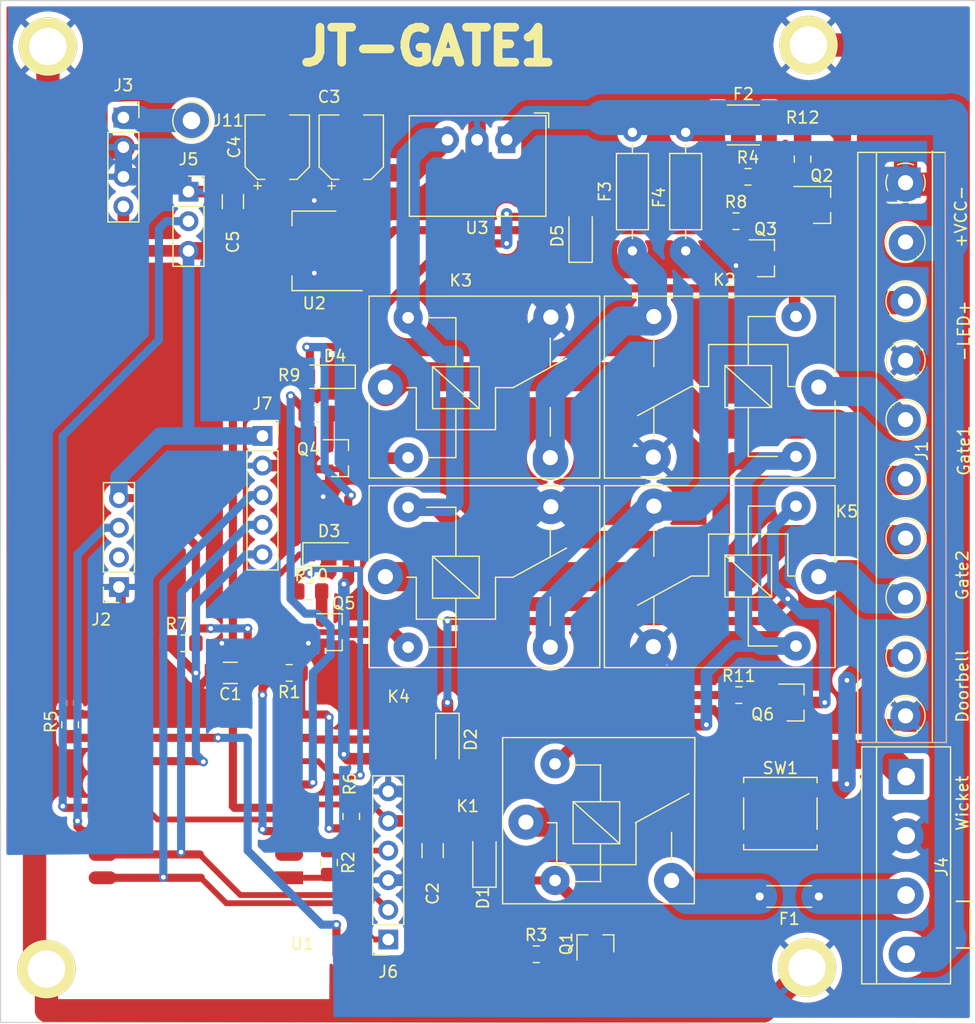
<source format=kicad_pcb>
(kicad_pcb (version 20211014) (generator pcbnew)
  (layers (0 "F.Cu" signal "Gorna sygnalowa") (31 "B.Cu" signal "Dolna sygnalowa") (34 "B.Paste" user "Dolna pasty") (35 "F.Paste" user "Gorna pasty") (36 "B.SilkS" user "Dolna opisowa") (37 "F.SilkS" user "Gorna opisowa") (38 "B.Mask" user "Dolna sodermaski") (39 "F.Mask" user "Gorna soldermaski") (44 "Edge.Cuts" user "Krawedziowa"))
  (net 0 "")
  (net 1 "+5V")
  (net 2 "GND")
  (net 3 "+3V3")
  (net 4 "Net-(D3-Pad1)")
  (net 5 "Net-(F3-Pad1)")
  (net 6 "Net-(D4-Pad1)")
  (net 7 "Net-(D5-Pad1)")
  (net 8 "Net-(F4-Pad1)")
  (net 9 "Net-(D2-Pad1)")
  (net 10 "Net-(Q1-Pad1)")
  (net 11 "Net-(D1-Pad1)")
  (net 12 "Net-(Q3-Pad1)")
  (net 13 "Net-(Q4-Pad1)")
  (net 14 "Net-(Q5-Pad1)")
  (net 15 "Net-(Q6-Pad1)")
  (net 17 "VCC")
  (net 18 "RF-Rx")
  (net 19 "RF-Tx")
  (net 20 "TxD")
  (net 21 "RxD")
  (net 22 "Net-(F2-Pad2)")
  (net 23 "Dzwonek")
  (net 24 "CON")
  (net 25 "Furtka")
  (net 26 "Brama1B")
  (net 27 "Brama2A")
  (net 28 "Brama2B")
  (net 29 "Net-(AE1-Pad1)")
  (net 31 "GATE1A")
  (net 32 "Net-(Q2-Pad1)")
  (net 33 "Net-(R1-Pad2)")
  (net 34 "Net-(R2-Pad2)")
  (net 35 "Brama1A")
  (net 36 "Net-(D1-Pad2)")
  (net 37 "Net-(F1-Pad1)")
  (net 38 "Net-(F1-Pad2)")
  (net 39 "Net-(J4-Pad1)")
  (net 40 "GATE1B")
  (net 41 "GATE2A")
  (net 42 "GATE2B")
  (net 43 "LED")
  (footprint "Resistor_SMD:R_0805_2012Metric_Pad1.15x1.40mm_HandSolder" (layer "F.Cu") (at 208.28 65.405)
    (fp_text reference "R8")
    (fp_text value "1k")
  )
  (footprint "Connector_PinSocket_2.54mm:PinSocket_1x04_P2.54mm_Vertical" (layer "F.Cu") (at 155.702 56.515)
    (fp_text reference "J3")
    (fp_text value "Odb. 433MHz" hide)
  )
  (footprint "Resistor_SMD:R_0805_2012Metric_Pad1.15x1.40mm_HandSolder" (layer "F.Cu") (at 173.355 120.405 -90)
    (fp_text reference "R2")
    (fp_text value "10k")
  )
  (footprint "Package_TO_SOT_SMD:SOT-23_Handsoldering" (layer "F.Cu") (at 215.646 64.008)
    (fp_text reference "Q2")
    (fp_text value "AO3401A" hide)
  )
  (footprint "w_details:pad_3mm" (layer "F.Cu") (at 214.503 50.292)
    (fp_text reference "pad_3mm" hide)
    (fp_text value "VAL**" hide)
  )
  (footprint "Capacitor_SMD:C_1206_3216Metric_Pad1.42x1.75mm_HandSolder" (layer "F.Cu") (at 182.245 119.38 -90)
    (fp_text reference "C2")
    (fp_text value "100nF")
  )
  (footprint "Package_TO_SOT_SMD:SOT-23" (layer "F.Cu") (at 173.72 100.645)
    (fp_text reference "Q5")
    (fp_text value "BSS138")
  )
  (footprint "Relay_THT:Relay_SPDT_SANYOU_SRD_Series_Form_C" (layer "F.Cu") (at 215.383 95.885 180)
    (fp_text reference "K5")
    (fp_text value "Brama2B")
  )
  (footprint "Resistor_THT:R_Axial_DIN0207_L6.3mm_D2.5mm_P10.16mm_Horizontal" (layer "F.Cu") (at 203.962 67.945 90)
    (fp_text reference "F4")
    (fp_text value "XU500")
  )
  (footprint "Package_TO_SOT_SMD:SOT-23" (layer "F.Cu") (at 210.82 68.58)
    (fp_text reference "Q3")
    (fp_text value "BSS138")
  )
  (footprint "Resistor_SMD:R_1812_4532Metric_Pad1.30x3.40mm_HandSolder" (layer "F.Cu") (at 208.915 57.15)
    (fp_text reference "F2")
    (fp_text value "508F")
  )
  (footprint "Resistor_THT:R_Axial_DIN0207_L6.3mm_D2.5mm_P10.16mm_Horizontal" (layer "F.Cu") (at 199.39 67.945 90)
    (fp_text reference "F3")
    (fp_text value "XU500")
  )
  (footprint "Relay_THT:Relay_SPDT_SANYOU_SRD_Series_Form_C" (layer "F.Cu") (at 178.19 95.885)
    (fp_text reference "K4")
    (fp_text value "Brama2A")
  )
  (footprint "w_details:pad_3mm" (layer "F.Cu") (at 149.225 50.419)
    (fp_text reference "pad_3mm" hide)
    (fp_text value "VAL**" hide)
  )
  (footprint "Package_TO_SOT_SMD:SOT-23" (layer "F.Cu") (at 174.26 85.725)
    (fp_text reference "Q4")
    (fp_text value "BSS138")
  )
  (footprint "TerminalBlock:TerminalBlock_bornier-4_P5.08mm" (layer "F.Cu") (at 222.885 113.03 -90)
    (fp_text reference "J4")
    (fp_text value "Furtka")
  )
  (footprint "TerminalBlock_Phoenix:TerminalBlock_Phoenix_MKDS-1,5-10-5.08_1x10_P5.08mm_Horizontal" (layer "F.Cu") (at 222.834 62.103 -90)
    (fp_text reference "J1")
    (fp_text value "Screw_Terminal_01x10")
  )
  (footprint "w_details:pad_3mm" (layer "F.Cu") (at 214.376 129.413)
    (fp_text reference "pad_3mm" hide)
    (fp_text value "VAL**" hide)
  )
  (footprint "Resistor_SMD:R_0805_2012Metric_Pad1.15x1.40mm_HandSolder" (layer "F.Cu") (at 169.935 104.14 180)
    (fp_text reference "R1")
    (fp_text value "10k")
  )
  (footprint "Button_Switch_SMD:SW_SPST_EVPBF" (layer "F.Cu") (at 212.09 116.205)
    (fp_text reference "SW1")
    (fp_text value "SW_Push")
  )
  (footprint "Package_TO_SOT_SMD:SOT-223-3_TabPin2" (layer "F.Cu") (at 172.085 67.945 180)
    (fp_text reference "U2")
    (fp_text value "AMS1117-3.3" hide)
  )
  (footprint "Resistor_SMD:R_0805_2012Metric_Pad1.15x1.40mm_HandSolder" (layer "F.Cu") (at 191.135 128.27)
    (fp_text reference "R3")
    (fp_text value "1k")
  )
  (footprint "ESP8266:ESP-12E" (layer "F.Cu") (at 169.925 121.71 180)
    (fp_text reference "U1")
    (fp_text value "ESP-12F")
  )
  (footprint "Capacitor_SMD:CP_Elec_5x4.5" (layer "F.Cu") (at 168.91 59.055 90)
    (fp_text reference "C4")
    (fp_text value "22uF")
  )
  (footprint "Resistor_SMD:R_0805_2012Metric_Pad1.15x1.40mm_HandSolder" (layer "F.Cu") (at 213.995 60.08 -90)
    (fp_text reference "R12")
    (fp_text value "100k" hide)
  )
  (footprint "Diode_SMD:D_SOD-123" (layer "F.Cu") (at 194.945 66.675 90)
    (fp_text reference "D5")
    (fp_text value "1N4148" hide)
  )
  (footprint "Resistor_SMD:R_0805_2012Metric_Pad1.15x1.40mm_HandSolder" (layer "F.Cu") (at 151.13 108.585 90)
    (fp_text reference "R5")
    (fp_text value "10k")
  )
  (footprint "Capacitor_SMD:C_1206_3216Metric_Pad1.42x1.75mm_HandSolder" (layer "F.Cu") (at 164.8825 104.14 180)
    (fp_text reference "C1")
    (fp_text value "100nF")
  )
  (footprint "Resistor_SMD:R_0805_2012Metric_Pad1.15x1.40mm_HandSolder" (layer "F.Cu") (at 175.26 116.45 -90)
    (fp_text reference "R6")
    (fp_text value "10k")
  )
  (footprint "Resistor_SMD:R_0805_2012Metric_Pad1.15x1.40mm_HandSolder" (layer "F.Cu") (at 172.33 81.915)
    (fp_text reference "R9")
    (fp_text value "1k")
  )
  (footprint "Resistor_THT:R_Axial_DIN0204_L3.6mm_D1.6mm_P5.08mm_Horizontal" (layer "F.Cu") (at 215.392 123.317 180)
    (fp_text reference "F1")
    (fp_text value "GF200")
  )
  (footprint "Resistor_SMD:R_0805_2012Metric_Pad1.15x1.40mm_HandSolder" (layer "F.Cu") (at 171.695 97.155)
    (fp_text reference "R10")
    (fp_text value "1k" hide)
  )
  (footprint "Resistor_SMD:R_0805_2012Metric_Pad1.15x1.40mm_HandSolder" (layer "F.Cu") (at 208.525 106.045)
    (fp_text reference "R11")
    (fp_text value "1k")
  )
  (footprint "Diode_SMD:D_SOD-123" (layer "F.Cu") (at 173.355 93.98)
    (fp_text reference "D3")
    (fp_text value "1N4148" hide)
  )
  (footprint "Diode_SMD:D_SOD-123" (layer "F.Cu") (at 183.515 109.855 -90)
    (fp_text reference "D2")
    (fp_text value "1N4148" hide)
  )
  (footprint "Capacitor_SMD:CP_Elec_5x4.5" (layer "F.Cu") (at 175.26 59.055 90)
    (fp_text reference "C3")
    (fp_text value "22uF")
  )
  (footprint "Connector_PinSocket_2.54mm:PinSocket_1x04_P2.54mm_Vertical" (layer "F.Cu") (at 155.321 96.774 180)
    (fp_text reference "J2")
    (fp_text value "Odb. 433MHz")
  )
  (footprint "Connector_PinSocket_2.54mm:PinSocket_1x05_P2.54mm_Vertical" (layer "F.Cu") (at 167.64 83.82)
    (fp_text reference "J7")
    (fp_text value "HC11")
  )
  (footprint "Resistor_SMD:R_0805_2012Metric_Pad1.15x1.40mm_HandSolder" (layer "F.Cu") (at 209.305 61.595)
    (fp_text reference "R4")
    (fp_text value "10k" hide)
  )
  (footprint "w_details:pad_3mm" (layer "F.Cu") (at 149.098 129.54)
    (fp_text reference "pad_3mm" hide)
    (fp_text value "VAL**" hide)
  )
  (footprint "Relay_THT:Relay_SPDT_SANYOU_SRA_Series_Form_C" (layer "F.Cu") (at 190.25 116.94)
    (fp_text reference "K1")
    (fp_text value "Furtka")
  )
  (footprint "Package_TO_SOT_SMD:SOT-23" (layer "F.Cu") (at 196.215 127.365 90)
    (fp_text reference "Q1")
    (fp_text value "A01TF")
  )
  (footprint "Connector_PinHeader_2.54mm:PinHeader_1x01_P2.54mm_Vertical" (layer "F.Cu") (at 161.544 56.769)
    (fp_text reference "J11")
    (fp_text value "Antena")
  )
  (footprint "Relay_THT:Relay_SPDT_SANYOU_SRD_Series_Form_C" (layer "F.Cu") (at 215.383 79.629 180)
    (fp_text reference "K2")
    (fp_text value "Brama1A")
  )
  (footprint "Connector_PinSocket_2.54mm:PinSocket_1x06_P2.54mm_Vertical" (layer "F.Cu") (at 178.435 127 180)
    (fp_text reference "J6")
    (fp_text value "COM")
  )
  (footprint "Converter_DCDC:Converter_DCDC_RECOM_R-78E-0.5_THT" (layer "F.Cu") (at 188.595 58.42 180)
    (fp_text reference "U3")
    (fp_text value "R-78E5.0-0.5")
  )
  (footprint "Relay_THT:Relay_SPDT_SANYOU_SRD_Series_Form_C" (layer "F.Cu") (at 178.19 79.629)
    (fp_text reference "K3")
    (fp_text value "Brama1B")
  )
  (footprint "Package_TO_SOT_SMD:SOT-23" (layer "F.Cu") (at 213.36 106.68)
    (fp_text reference "Q6")
    (fp_text value "BSS138" hide)
  )
  (footprint "Resistor_SMD:R_0805_2012Metric_Pad1.15x1.40mm_HandSolder" (layer "F.Cu") (at 160.9 101.6 180)
    (fp_text reference "R7")
    (fp_text value "10k" hide)
  )
  (footprint "Capacitor_SMD:C_1206_3216Metric_Pad1.42x1.75mm_HandSolder" (layer "F.Cu") (at 165.1 63.7175 90)
    (fp_text reference "C5")
    (fp_text value "100nF")
  )
  (footprint "Diode_SMD:D_SOD-123" (layer "F.Cu") (at 186.69 120.27 90)
    (fp_text reference "D1")
    (fp_text value "1N4148" hide)
  )
  (footprint "Connector_PinSocket_2.54mm:PinSocket_1x03_P2.54mm_Vertical" (layer "F.Cu") (at 161.29 62.865)
    (fp_text reference "J5")
    (fp_text value "Nad. 433MHz")
  )
  (footprint "Diode_SMD:D_SOD-123" (layer "F.Cu") (at 173.355 78.74 180)
    (fp_text reference "D4")
    (fp_text value "1N4148" hide)
  )
  (gr_line (start 145.161 46.609) (end 145.161 46.482) (layer "Edge.Cuts") (width 0.1))
  (gr_line (start 145.161 46.482) (end 228.854 46.482) (layer "Edge.Cuts") (width 0.1))
  (gr_line (start 228.854 134.239) (end 145.161 134.112) (layer "Edge.Cuts") (width 0.1))
  (gr_line (start 228.854 46.482) (end 228.854 134.239) (layer "Edge.Cuts") (width 0.1))
  (gr_line (start 145.161 134.112) (end 145.161 46.609) (layer "Edge.Cuts") (width 0.1))
  (gr_text "Doorbell" (at 227.711 105.283 90) (layer "F.SilkS") (effects (font (size 1 1))))
  (gr_text "Gate2" (at 227.711 95.758 90) (layer "F.SilkS") (effects (font (size 1 1))))
  (gr_text "-LED+" (at 227.838 74.803 90) (layer "F.SilkS") (effects (font (size 1 1))))
  (gr_text "Wicket" (at 227.711 115.316 90) (layer "F.SilkS") (effects (font (size 1 1))))
  (gr_text "+VCC-" (at 227.584 65.024 90) (layer "F.SilkS") (effects (font (size 1 1))))
  (gr_text "|____|" (at 227.838 125.73 90) (layer "F.SilkS") (effects (font (size 1 1))))
  (gr_text "JT-GATE1" (at 181.864 50.419) (layer "F.SilkS") (effects (font (size 3 3) (thickness 0.75))))
  (gr_text "Gate1" (at 227.838 85.09 90) (layer "F.SilkS") (effects (font (size 1 1))))
  (segment (start 180.68 61.255) (end 183.515 58.42) (width 1.5) (layer "F.Cu") (net 1))
  (segment (start 175.26 61.255) (end 180.68 61.255) (width 1.5) (layer "F.Cu") (net 1))
  (segment (start 180.14 89.935) (end 182.645 89.935) (width 1.5) (layer "F.Cu") (net 1))
  (segment (start 192.75 111.94) (end 196.105 108.585) (width 1) (layer "F.Cu") (net 1))
  (segment (start 207.01 86.995) (end 208.045 85.96) (width 1.5) (layer "F.Cu") (net 1))
  (segment (start 175.26 61.255) (end 175.26 65.62) (width 1.5) (layer "F.Cu") (net 1))
  (segment (start 182.645 89.935) (end 185.42 92.71) (width 1.5) (layer "F.Cu") (net 1))
  (segment (start 206.375 92.71) (end 207.01 92.075) (width 1.5) (layer "F.Cu") (net 1))
  (segment (start 196.105 108.585) (end 205.74 108.585) (width 1) (layer "F.Cu") (net 1))
  (segment (start 208.045 85.96) (end 213.315 85.96) (width 1.5) (layer "F.Cu") (net 1))
  (segment (start 175.26 65.62) (end 175.235 65.645) (width 1.5) (layer "F.Cu") (net 1))
  (segment (start 207.01 92.075) (end 207.01 86.995) (width 1.5) (layer "F.Cu") (net 1))
  (segment (start 185.42 92.71) (end 206.375 92.71) (width 1.5) (layer "F.Cu") (net 1))
  (via (at 205.74 108.585) (size 0.8) (drill 0.4) (layers "F.Cu" "B.Cu") (net 1))
  (segment (start 181.61 58.42) (end 180.14 59.89) (width 2) (layer "B.Cu") (net 1))
  (segment (start 184.15 76.835) (end 184.15 89.535) (width 1.5) (layer "B.Cu") (net 1))
  (segment (start 210.42 101.835) (end 208.915 100.33) (width 1.5) (layer "B.Cu") (net 1))
  (segment (start 180.14 59.89) (end 180.14 74.06) (width 2) (layer "B.Cu") (net 1))
  (segment (start 183.75 89.935) (end 180.14 89.935) (width 1.5) (layer "B.Cu") (net 1))
  (segment (start 182.915 76.835) (end 184.15 76.835) (width 1.5) (layer "B.Cu") (net 1))
  (segment (start 208.915 100.33) (end 208.915 87.63) (width 1.5) (layer "B.Cu") (net 1))
  (segment (start 180.14 74.06) (end 182.915 76.835) (width 1.5) (layer "B.Cu") (net 1))
  (segment (start 208.915 87.63) (end 210.585 85.96) (width 1.5) (layer "B.Cu") (net 1))
  (segment (start 208.045 101.835) (end 211.855 101.835) (width 1) (layer "B.Cu") (net 1))
  (segment (start 213.315 101.835) (end 211.855 101.835) (width 1.5) (layer "B.Cu") (net 1))
  (segment (start 210.585 85.96) (end 213.315 85.96) (width 1.5) (layer "B.Cu") (net 1))
  (segment (start 211.855 101.835) (end 210.42 101.835) (width 1.5) (layer "B.Cu") (net 1))
  (segment (start 205.74 108.585) (end 205.74 104.14) (width 1) (layer "B.Cu") (net 1))
  (segment (start 183.515 58.42) (end 181.61 58.42) (width 2) (layer "B.Cu") (net 1))
  (segment (start 184.15 89.535) (end 183.75 89.935) (width 1.5) (layer "B.Cu") (net 1))
  (segment (start 205.74 104.14) (end 208.045 101.835) (width 1) (layer "B.Cu") (net 1))
  (segment (start 213.315 108.585) (end 212.36 107.63) (width 1) (layer "F.Cu") (net 2))
  (segment (start 222.834 62.103) (end 222.834 50.749) (width 2) (layer "F.Cu") (net 2))
  (segment (start 153.925 107.71) (end 151.28 107.71) (width 0.7) (layer "F.Cu") (net 2))
  (segment (start 199.39 119.38) (end 200.565 118.205) (width 1) (layer "F.Cu") (net 2))
  (segment (start 155.702 59.055) (end 149.352 59.055) (width 2) (layer "F.Cu") (net 2))
  (segment (start 200.565 118.205) (end 209.21 118.205) (width 1) (layer "F.Cu") (net 2))
  (segment (start 186.055 58.42) (end 186.055 55.245) (width 1.5) (layer "F.Cu") (net 2))
  (segment (start 163.395 104.14) (end 164.20048 103.33452) (width 0.7) (layer "F.Cu") (net 2))
  (segment (start 155.97 107.71) (end 155.55 107.29) (width 0.7) (layer "F.Cu") (net 2))
  (segment (start 215.065 118.11) (end 214.97 118.205) (width 1.5) (layer "F.Cu") (net 2))
  (segment (start 185.42 55.245) (end 175.26 55.245) (width 1.5) (layer "F.Cu") (net 2))
  (segment (start 222.885 118.11) (end 226.06 118.11) (width 2.5) (layer "F.Cu") (net 2))
  (segment (start 149.352 59.055) (end 148.971 58.674) (width 2) (layer "F.Cu") (net 2))
  (segment (start 167.64 86.36) (end 171.831 86.36) (width 1) (layer "F.Cu") (net 2))
  (segment (start 222.377 50.292) (end 214.503 50.292) (width 2) (layer "F.Cu") (net 2))
  (segment (start 151.28 107.71) (end 151.13 107.56) (width 0.7) (layer "F.Cu") (net 2))
  (segment (start 171.958 86.233) (end 171.958 88.133106) (width 0.7) (layer "F.Cu") (net 2))
  (segment (start 172.085 63.627) (end 172.085 57.15) (width 1) (layer "F.Cu") (net 2))
  (segment (start 155.97 107.71) (end 153.925 107.71) (width 0.7) (layer "F.Cu") (net 2))
  (segment (start 226.695 76.835) (end 226.695 62.23) (width 2) (layer "F.Cu") (net 2))
  (segment (start 175.235 70.245) (end 172.48 70.245) (width 1) (layer "F.Cu") (net 2))
  (segment (start 149.140484 133.118017) (end 149.606158 133.118724) (width 2) (layer "F.Cu") (net 2))
  (segment (start 175.382 101.595) (end 175.9 102.113) (width 0.5) (layer "F.Cu") (net 2))
  (segment (start 222.25 108.585) (end 213.315 108.585) (width 1) (layer "F.Cu") (net 2))
  (segment (start 199.39 127.635) (end 199.39 119.38) (width 1) (layer "F.Cu") (net 2))
  (segment (start 173.26 86.675) (end 172.4 86.675) (width 0.7) (layer "F.Cu") (net 2))
  (segment (start 172.085 57.15) (end 172.38 56.855) (width 1) (layer "F.Cu") (net 2))
  (segment (start 181.1925 121.92) (end 182.245 120.8675) (width 1) (layer "F.Cu") (net 2))
  (segment (start 226.695 107.95) (end 222.885 107.95) (width 2.5) (layer "F.Cu") (net 2))
  (segment (start 149.606158 133.118724) (end 210.670276 133.118724) (width 2) (layer "F.Cu") (net 2))
  (segment (start 164.20048 103.33452) (end 164.20048 101.6) (width 0.7) (layer "F.Cu") (net 2))
  (segment (start 209.82 69.53) (end 208.595 69.53) (width 1) (layer "F.Cu") (net 2))
  (segment (start 222.885 77.47) (end 226.06 77.47) (width 2) (layer "F.Cu") (net 2))
  (segment (start 165.1 60.665) (end 168.91 56.855) (width 1) (layer "F.Cu") (net 2))
  (segment (start 210.670276 133.118724) (end 214.376 129.413) (width 2) (layer "F.Cu") (net 2))
  (segment (start 172.38 56.855) (end 168.91 56.855) (width 1.5) (layer "F.Cu") (net 2))
  (segment (start 148.082 128.524) (end 149.098 129.54) (width 2) (layer "F.Cu") (net 2))
  (segment (start 175.26 56.855) (end 172.38 56.855) (width 1.5) (layer "F.Cu") (net 2))
  (segment (start 178.435 121.92) (end 181.1925 121.92) (width 1) (layer "F.Cu") (net 2))
  (segment (start 172.72 101.595) (end 171.577 101.595) (width 0.5) (layer "F.Cu") (net 2))
  (segment (start 172.48 70.245) (end 172.085 69.85) (width 1) (layer "F.Cu") (net 2))
  (segment (start 165.1 62.23) (end 165.1 60.665) (width 1) (layer "F.Cu") (net 2))
  (segment (start 172.72 101.595) (end 175.382 101.595) (width 0.5) (layer "F.Cu") (net 2))
  (segment (start 175.9 104.775) (end 177.8 104.775) (width 1) (layer "F.Cu") (net 2))
  (segment (start 149.098 133.075533) (end 149.140484 133.118017) (width 2) (layer "F.Cu") (net 2))
  (segment (start 226.06 77.47) (end 226.695 76.835) (width 2) (layer "F.Cu") (net 2))
  (segment (start 222.834 50.749) (end 222.377 50.292) (width 2) (layer "F.Cu") (net 2))
  (segment (start 149.225 58.42) (end 149.225 80.645) (width 2) (layer "F.Cu") (net 2))
  (segment (start 149.225 80.645) (end 148.082 81.788) (width 2) (layer "F.Cu") (net 2))
  (segment (start 197.165 128.365) (end 198.66 128.365) (width 1) (layer "F.Cu") (net 2))
  (segment (start 175.9 102.113) (end 175.9 104.775) (width 0.5) (layer "F.Cu") (net 2))
  (segment (start 208.595 69.53) (end 208.28 69.215) (width 1) (layer "F.Cu") (net 2))
  (segment (start 164.465 62.865) (end 165.1 62.23) (width 1) (layer "F.Cu") (net 2))
  (segment (start 148.082 81.788) (end 148.082 128.524) (width 2) (layer "F.Cu") (net 2))
  (segment (start 214.97 118.205) (end 209.21 118.205) (width 1.5) (layer "F.Cu") (net 2))
  (segment (start 222.885 118.11) (end 215.065 118.11) (width 1.5) (layer "F.Cu") (net 2))
  (segment (start 226.695 117.475) (end 226.695 107.95) (width 2.5) (layer "F.Cu") (net 2))
  (segment (start 161.29 62.865) (end 164.465 62.865) (width 1) (layer "F.Cu") (net 2))
  (segment (start 177.8 104.775) (end 198.175 104.775) (width 1) (layer "F.Cu") (net 2))
  (segment (start 159.825 107.71) (end 155.97 107.71) (width 0.7) (layer "F.Cu") (net 2))
  (segment (start 149.225 58.42) (end 149.225 50.419) (width 2) (layer "F.Cu") (net 2))
  (segment (start 148.971 58.674) (end 149.225 58.42) (width 2) (layer "F.Cu") (net 2))
  (segment (start 198.175 104.775) (end 201.065 101.885) (width 1) (layer "F.Cu") (net 2))
  (segment (start 164.20048 101.6) (end 164.1505 101.6) (width 0.7) (layer "F.Cu") (net 2))
  (segment (start 226.06 118.11) (end 226.695 117.475) (width 2.5) (layer "F.Cu") (net 2))
  (segment (start 226.695 62.23) (end 222.885 62.23) (width 2) (layer "F.Cu") (net 2))
  (segment (start 171.958 88.133106) (end 172.849447 89.024553) (width 0.7) (layer "F.Cu") (net 2))
  (segment (start 149.098 129.54) (end 149.098 133.075533) (width 2) (layer "F.Cu") (net 2))
  (segment (start 198.66 128.365) (end 199.39 127.635) (width 1) (layer "F.Cu") (net 2))
  (segment (start 163.395 104.14) (end 159.825 107.71) (width 0.7) (layer "F.Cu") (net 2))
  (segment (start 222.885 107.95) (end 222.25 108.585) (width 1) (layer "F.Cu") (net 2))
  (segment (start 155.55 107.29) (end 155.55 97.561) (width 0.7) (layer "F.Cu") (net 2))
  (via (at 208.28 69.215) (size 0.8) (drill 0.4) (layers "F.Cu" "B.Cu") (net 2))
  (via (at 171.577 101.595) (size 0.8) (drill 0.4) (layers "F.Cu" "B.Cu") (net 2))
  (via (at 172.849447 89.024553) (size 0.8) (drill 0.4) (layers "F.Cu" "B.Cu") (net 2))
  (via (at 164.1505 101.6) (size 0.8) (drill 0.4) (layers "F.Cu" "B.Cu") (net 2))
  (via (at 172.085 69.85) (size 0.8) (drill 0.4) (layers "F.Cu" "B.Cu") (net 2))
  (via (at 172.085 63.627) (size 0.8) (drill 0.4) (layers "F.Cu" "B.Cu") (net 2))
  (segment (start 192.39 89.885) (end 188.945 89.885) (width 2.5) (layer "B.Cu") (net 2))
  (segment (start 191.77 62.23) (end 208.28 62.23) (width 3) (layer "B.Cu") (net 2))
  (segment (start 180.34 121.285) (end 180.34 114.935) (width 1) (layer "B.Cu") (net 2))
  (segment (start 180.34 114.935) (end 179.705 114.3) (width 1) (layer "B.Cu") (net 2))
  (segment (start 172.849447 89.024553) (end 176.534894 92.71) (width 1.5) (layer "B.Cu") (net 2))
  (segment (start 160.02 61.595) (end 161.29 62.865) (width 1.5) (layer "B.Cu") (net 2))
  (segment (start 178.435 114.3) (end 186.69 114.3) (width 1) (layer "B.Cu") (net 2))
  (segment (start 164.1505 101.6) (end 171.572 101.6) (width 0.7) (layer "B.Cu") (net 2))
  (segment (start 156.845 61.595) (end 155.702 61.595) (width 1.5) (layer "B.Cu") (net 2))
  (segment (start 189.23 111.76) (end 189.23 106.045) (width 1) (layer "B.Cu") (net 2))
  (segment (start 201.065 101.885) (end 201.065 113.435) (width 2.5) (layer "B.Cu") (net 2))
  (segment (start 178.435 121.92) (end 179.705 121.92) (width 1) (layer "B.Cu") (net 2))
  (segment (start 186.69 114.3) (end 189.23 111.76) (width 1) (layer "B.Cu") (net 2))
  (segment (start 208.28 69.215) (end 208.28 62.23) (width 1) (layer "B.Cu") (net 2))
  (segment (start 196.905 106.045) (end 189.23 106.045) (width 2.5) (layer "B.Cu") (net 2))
  (segment (start 179.705 114.3) (end 178.435 114.3) (width 1) (layer "B.Cu") (net 2))
  (segment (start 201.065 101.885) (end 196.905 106.045) (width 2.5) (layer "B.Cu") (net 2))
  (segment (start 208.28 62.23) (end 222.885 62.23) (width 3) (layer "B.Cu") (net 2))
  (segment (start 192.39 62.85) (end 191.77 62.23) (width 2.5) (layer "B.Cu") (net 2))
  (segment (start 194.595 89.885) (end 198.47 86.01) (width 2.5) (layer "B.Cu") (net 2))
  (segment (start 156.845 61.595) (end 160.02 61.595) (width 1.5) (layer "B.Cu") (net 2))
  (segment (start 192.39 89.885) (end 194.595 89.885) (width 2.5) (layer "B.Cu") (net 2))
  (segment (start 189.23 106.045) (end 188.595 105.41) (width 2.5) (layer "B.Cu") (net 2))
  (segment (start 186.69 62.23) (end 191.77 62.23) (width 3) (layer "B.Cu") (net 2))
  (segment (start 179.705 121.92) (end 180.34 121.285) (width 1) (layer "B.Cu") (net 2))
  (segment (start 186.055 61.595) (end 186.69 62.23) (width 2) (layer "B.Cu") (net 2))
  (segment (start 192.39 74.01) (end 192.39 62.85) (width 2.5) (layer "B.Cu") (net 2))
  (segment (start 186.055 58.42) (end 186.055 61.595) (width 2) (layer "B.Cu") (net 2))
  (segment (start 190.2 76.2) (end 192.39 74.01) (width 2.5) (layer "B.Cu") (net 2))
  (segment (start 188.595 105.41) (end 188.595 89.535) (width 2.5) (layer "B.Cu") (net 2))
  (segment (start 201.065 113.435) (end 205.74 118.11) (width 2.5) (layer "B.Cu") (net 2))
  (segment (start 155.575 61.595) (end 156.845 61.595) (width 1.5) (layer "B.Cu") (net 2))
  (segment (start 188.595 76.2) (end 190.2 76.2) (width 2.5) (layer "B.Cu") (net 2))
  (segment (start 188.945 89.885) (end 188.595 89.535) (width 2.5) (layer "B.Cu") (net 2))
  (segment (start 205.74 118.11) (end 222.885 118.11) (width 2.5) (layer "B.Cu") (net 2))
  (segment (start 172.085 69.85) (end 172.085 63.627) (width 1) (layer "B.Cu") (net 2))
  (segment (start 171.572 101.6) (end 171.577 101.595) (width 0.7) (layer "B.Cu") (net 2))
  (segment (start 187.96 92.71) (end 188.595 92.075) (width 1.5) (layer "B.Cu") (net 2))
  (segment (start 198.47 86.01) (end 201.065 86.01) (width 2.5) (layer "B.Cu") (net 2))
  (segment (start 155.702 61.595) (end 155.702 59.055) (width 1.5) (layer "B.Cu") (net 2))
  (segment (start 176.534894 92.71) (end 187.96 92.71) (width 1.5) (layer "B.Cu") (net 2))
  (segment (start 188.595 89.535) (end 188.595 76.2) (width 2.5) (layer "B.Cu") (net 2))
  (segment (start 165.1 65.205) (end 168.075 65.205) (width 1) (layer "F.Cu") (net 3))
  (segment (start 168.075 65.205) (end 168.935 66.065) (width 1) (layer "F.Cu") (net 3))
  (segment (start 175.26 117.475) (end 173.355 117.475) (width 0.7) (layer "F.Cu") (net 3))
  (segment (start 168.935 62.89) (end 168.935 61.28) (width 1.5) (layer "F.Cu") (net 3))
  (segment (start 161.295 67.945) (end 168.905 67.945) (width 1.5) (layer "F.Cu") (net 3))
  (segment (start 173.355 119.38) (end 175.895 119.38) (width 0.5) (layer "F.Cu") (net 3))
  (segment (start 168.935 67.945) (end 168.935 66.065) (width 1.5) (layer "F.Cu") (net 3))
  (segment (start 170.815 102.235) (end 166.37 102.235) (width 0.7) (layer "F.Cu") (net 3))
  (segment (start 170.96 104.14) (end 170.96 107.46) (width 0.7) (layer "F.Cu") (net 3))
  (segment (start 175.895 118.11) (end 175.895 119.38) (width 0.5) (layer "F.Cu") (net 3))
  (segment (start 168.935 66.065) (end 168.935 62.89) (width 1.5) (layer "F.Cu") (net 3))
  (segment (start 155.702 66.548) (end 155.702 64.135) (width 1) (layer "F.Cu") (net 3))
  (segment (start 173.115 107.71) (end 173.355 107.95) (width 0.7) (layer "F.Cu") (net 3))
  (segment (start 161.925 93.218) (end 157.861 89.154) (width 0.7) (layer "F.Cu") (net 3))
  (segment (start 155.575 66.675) (end 155.702 66.548) (width 1) (layer "F.Cu") (net 3))
  (segment (start 157.861 89.154) (end 155.321 89.154) (width 0.7) (layer "F.Cu") (net 3))
  (segment (start 171.21 107.71) (end 173.115 107.71) (width 0.7) (layer "F.Cu") (net 3))
  (segment (start 170.96 102.38) (end 170.815 102.235) (width 0.7) (layer "F.Cu") (net 3))
  (segment (start 175.235 67.945) (end 168.935 67.945) (width 1.5) (layer "F.Cu") (net 3))
  (segment (start 175.26 117.475) (end 175.895 118.11) (width 0.5) (layer "F.Cu") (net 3))
  (segment (start 175.895 119.38) (end 178.435 119.38) (width 0.5) (layer "F.Cu") (net 3))
  (segment (start 168.925 62.88) (end 168.935 62.89) (width 1.5) (layer "F.Cu") (net 3))
  (segment (start 166.37 102.235) (end 166.37 104.14) (width 0.7) (layer "F.Cu") (net 3))
  (segment (start 166.37 102.235) (end 166.37 100.33) (width 0.7) (layer "F.Cu") (net 3))
  (segment (start 156.845 67.945) (end 155.575 66.675) (width 1) (layer "F.Cu") (net 3))
  (segment (start 161.29 67.945) (end 156.845 67.945) (width 1) (layer "F.Cu") (net 3))
  (segment (start 161.925 100.33) (end 163.195 100.33) (width 0.7) (layer "F.Cu") (net 3))
  (segment (start 168.935 61.28) (end 168.91 61.255) (width 1.5) (layer "F.Cu") (net 3))
  (segment (start 161.925 101.6) (end 161.925 100.33) (width 0.7) (layer "F.Cu") (net 3))
  (segment (start 170.96 107.46) (end 171.21 107.71) (width 0.7) (layer "F.Cu") (net 3))
  (segment (start 161.925 100.33) (end 161.925 93.218) (width 0.7) (layer "F.Cu") (net 3))
  (segment (start 169.925 107.71) (end 171.21 107.71) (width 0.5) (layer "F.Cu") (net 3))
  (segment (start 170.96 104.14) (end 170.96 102.38) (width 0.7) (layer "F.Cu") (net 3))
  (via (at 166.37 100.33) (size 0.8) (drill 0.4) (layers "F.Cu" "B.Cu") (net 3))
  (via (at 173.355 107.95) (size 0.8) (drill 0.4) (layers "F.Cu" "B.Cu") (net 3))
  (via (at 173.355 117.475) (size 0.8) (drill 0.4) (layers "F.Cu" "B.Cu") (net 3))
  (via (at 163.195 100.33) (size 0.8) (drill 0.4) (layers "F.Cu" "B.Cu") (net 3))
  (segment (start 167.64 83.82) (end 161.29 83.82) (width 1.5) (layer "B.Cu") (net 3))
  (segment (start 158.877 83.82) (end 155.321 87.376) (width 1.5) (layer "B.Cu") (net 3))
  (segment (start 173.355 107.95) (end 173.355 117.475) (width 0.7) (layer "B.Cu") (net 3))
  (segment (start 161.29 83.82) (end 158.877 83.82) (width 1.5) (layer "B.Cu") (net 3))
  (segment (start 166.37 100.33) (end 163.195 100.33) (width 0.7) (layer "B.Cu") (net 3))
  (segment (start 161.29 67.945) (end 161.29 83.82) (width 1) (layer "B.Cu") (net 3))
  (segment (start 155.321 87.376) (end 155.321 89.154) (width 1.5) (layer "B.Cu") (net 3))
  (segment (start 168.91 95.885) (end 170.815 93.98) (width 0.5) (layer "F.Cu") (net 4))
  (segment (start 170.815 93.98) (end 171.705 93.98) (width 0.5) (layer "F.Cu") (net 4))
  (segment (start 169.86 100.645) (end 168.91 99.695) (width 0.5) (layer "F.Cu") (net 4))
  (segment (start 174.72 100.645) (end 169.86 100.645) (width 0.5) (layer "F.Cu") (net 4))
  (segment (start 178.85 100.645) (end 180.14 101.935) (width 1) (layer "F.Cu") (net 4))
  (segment (start 168.91 99.695) (end 168.91 95.885) (width 0.5) (layer "F.Cu") (net 4))
  (segment (start 174.72 100.645) (end 178.85 100.645) (width 1) (layer "F.Cu") (net 4))
  (segment (start 199.39 68.58) (end 199.39 67.945) (width 2.5) (layer "B.Cu") (net 5))
  (segment (start 192.405 85.995) (end 192.34 86.06) (width 3) (layer "B.Cu") (net 5))
  (segment (start 192.34 80.075) (end 198.455 73.96) (width 2.5) (layer "B.Cu") (net 5))
  (segment (start 198.455 73.96) (end 201.115 73.96) (width 2.5) (layer "B.Cu") (net 5))
  (segment (start 192.34 86.06) (end 192.34 80.075) (width 2.5) (layer "B.Cu") (net 5))
  (segment (start 201.115 70.305) (end 199.39 68.58) (width 2.5) (layer "B.Cu") (net 5))
  (segment (start 201.115 73.96) (end 201.115 70.305) (width 2.5) (layer "B.Cu") (net 5))
  (segment (start 175.26 85.725) (end 179.805 85.725) (width 1) (layer "F.Cu") (net 6))
  (segment (start 175.005 78.74) (end 175.005 85.47) (width 1) (layer "F.Cu") (net 6))
  (segment (start 175.005 85.47) (end 175.26 85.725) (width 0.5) (layer "F.Cu") (net 6))
  (segment (start 213.36 68.58) (end 211.82 68.58) (width 1) (layer "F.Cu") (net 7))
  (segment (start 213.315 71.165) (end 213.315 68.625) (width 1) (layer "F.Cu") (net 7))
  (segment (start 213.315 68.625) (end 213.36 68.58) (width 1) (layer "F.Cu") (net 7))
  (segment (start 194.945 70.485) (end 195.625 71.165) (width 0.7) (layer "F.Cu") (net 7))
  (segment (start 213.315 73.96) (end 213.315 71.165) (width 1) (layer "F.Cu") (net 7))
  (segment (start 195.625 71.165) (end 213.315 71.165) (width 0.7) (layer "F.Cu") (net 7))
  (segment (start 194.945 68.325) (end 194.945 70.485) (width 0.7) (layer "F.Cu") (net 7))
  (segment (start 203.835 67.945) (end 206.375 70.485) (width 2.5) (layer "B.Cu") (net 8))
  (segment (start 204.805 89.835) (end 201.115 89.835) (width 2.5) (layer "B.Cu") (net 8))
  (segment (start 192.34 98.61) (end 201.115 89.835) (width 2.5) (layer "B.Cu") (net 8))
  (segment (start 192.34 101.935) (end 192.34 98.61) (width 2.5) (layer "B.Cu") (net 8))
  (segment (start 206.375 70.485) (end 206.375 88.265) (width 2.5) (layer "B.Cu") (net 8))
  (segment (start 206.375 88.265) (end 204.805 89.835) (width 2.5) (layer "B.Cu") (net 8))
  (segment (start 183.515 99.695) (end 210.82 99.695) (width 0.7) (layer "F.Cu") (net 9))
  (segment (start 210.82 99.695) (end 212.725 97.79) (width 0.7) (layer "F.Cu") (net 9))
  (segment (start 183.515 108.205) (end 183.515 106.68) (width 1) (layer "F.Cu") (net 9))
  (segment (start 214.36 106.68) (end 215.9 106.68) (width 1) (layer "F.Cu") (net 9))
  (via (at 212.725 97.79) (size 0.8) (drill 0.4) (layers "F.Cu" "B.Cu") (net 9))
  (via (at 183.515 99.695) (size 0.8) (drill 0.4) (layers "F.Cu" "B.Cu") (net 9))
  (via (at 215.9 106.68) (size 0.8) (drill 0.4) (layers "F.Cu" "B.Cu") (net 9))
  (via (at 183.515 106.68) (size 0.8) (drill 0.4) (layers "F.Cu" "B.Cu") (net 9))
  (segment (start 183.515 106.68) (end 183.515 99.695) (width 0.7) (layer "B.Cu") (net 9))
  (segment (start 215.9 99.06) (end 215.9 106.68) (width 1) (layer "B.Cu") (net 9))
  (segment (start 211.455 91.695) (end 211.455 93.345) (width 1) (layer "B.Cu") (net 9))
  (segment (start 211.455 93.345) (end 211.455 96.52) (width 1) (layer "B.Cu") (net 9))
  (segment (start 213.995 99.06) (end 215.9 99.06) (width 1) (layer "B.Cu") (net 9))
  (segment (start 211.455 96.52) (end 213.995 99.06) (width 1) (layer "B.Cu") (net 9))
  (segment (start 213.315 89.835) (end 211.455 91.695) (width 1) (layer "B.Cu") (net 9))
  (segment (start 192.255 128.365) (end 192.16 128.27) (width 1) (layer "F.Cu") (net 10))
  (segment (start 195.265 128.365) (end 192.255 128.365) (width 1) (layer "F.Cu") (net 10))
  (segment (start 196.215 126.365) (end 196.215 125.405) (width 1) (layer "F.Cu") (net 11))
  (segment (start 186.71 121.94) (end 186.69 121.92) (width 0.7) (layer "F.Cu") (net 11))
  (segment (start 192.75 121.94) (end 186.71 121.94) (width 0.7) (layer "F.Cu") (net 11))
  (segment (start 196.215 125.405) (end 192.75 121.94) (width 1) (layer "F.Cu") (net 11))
  (segment (start 209.82 67.63) (end 209.82 65.675) (width 1) (layer "F.Cu") (net 12))
  (segment (start 209.82 65.675) (end 209.55 65.405) (width 1) (layer "F.Cu") (net 12))
  (segment (start 173.26 82.01) (end 173.355 81.915) (width 1) (layer "F.Cu") (net 13))
  (segment (start 173.26 84.775) (end 173.26 82.01) (width 1) (layer "F.Cu") (net 13))
  (segment (start 172.72 99.695) (end 172.72 97.155) (width 1) (layer "F.Cu") (net 14))
  (segment (start 209.55 106.045) (end 210.185 105.41) (width 1) (layer "F.Cu") (net 15))
  (segment (start 212.04 105.41) (end 212.36 105.73) (width 1) (layer "F.Cu") (net 15))
  (segment (start 210.185 105.41) (end 212.04 105.41) (width 1) (layer "F.Cu") (net 15))
  (segment (start 206.055 57.785) (end 206.69 57.15) (width 1.5) (layer "F.Cu") (net 17))
  (segment (start 203.835 57.785) (end 206.055 57.785) (width 1.5) (layer "F.Cu") (net 17))
  (segment (start 226.695 67.2465) (end 226.695 56.4515) (width 3) (layer "B.Cu") (net 17))
  (segment (start 188.595 58.42) (end 190.5 56.515) (width 2) (layer "B.Cu") (net 17))
  (segment (start 225.806 56.515) (end 200.406 56.515) (width 3) (layer "B.Cu") (net 17))
  (segment (start 225.171 128.27) (end 222.885 128.27) (width 3) (layer "B.Cu") (net 17))
  (segment (start 226.568 126.873) (end 225.171 128.27) (width 3) (layer "B.Cu") (net 17))
  (segment (start 226.568 126.873) (end 226.568 67.183) (width 2.5) (layer "B.Cu") (net 17))
  (segment (start 222.885 67.31) (end 226.6315 67.31) (width 3) (layer "B.Cu") (net 17))
  (segment (start 226.6315 67.31) (end 226.695 67.2465) (width 3) (layer "B.Cu") (net 17))
  (segment (start 196.85 56.515) (end 190.5 56.515) (width 2) (layer "B.Cu") (net 17))
  (segment (start 201.93 56.515) (end 196.85 56.515) (width 3) (layer "B.Cu") (net 17))
  (segment (start 152.165 117.71) (end 153.925 117.71) (width 0.7) (layer "F.Cu") (net 18))
  (segment (start 151.765 117.31) (end 151.765 116.84) (width 0.7) (layer "F.Cu") (net 18))
  (segment (start 152.165 117.71) (end 151.765 117.31) (width 0.7) (layer "F.Cu") (net 18))
  (via (at 151.765 116.84) (size 0.8) (drill 0.4) (layers "F.Cu" "B.Cu") (net 18))
  (segment (start 151.765 93.98) (end 154.051 91.694) (width 0.7) (layer "B.Cu") (net 18))
  (segment (start 151.765 116.84) (end 151.765 93.98) (width 0.7) (layer "B.Cu") (net 18))
  (segment (start 154.051 91.694) (end 155.321 91.694) (width 0.7) (layer "B.Cu") (net 18))
  (segment (start 150.635 115.71) (end 150.495 115.57) (width 0.7) (layer "F.Cu") (net 19))
  (segment (start 153.925 115.71) (end 150.635 115.71) (width 0.7) (layer "F.Cu") (net 19))
  (via (at 150.495 115.57) (size 0.8) (drill 0.4) (layers "F.Cu" "B.Cu") (net 19))
  (segment (start 158.75 75.565) (end 150.495 83.82) (width 0.7) (layer "B.Cu") (net 19))
  (segment (start 150.495 83.82) (end 150.495 115.57) (width 0.7) (layer "B.Cu") (net 19))
  (segment (start 158.75 66.04) (end 158.75 75.565) (width 0.7) (layer "B.Cu") (net 19))
  (segment (start 159.385 65.405) (end 158.75 66.04) (width 0.7) (layer "B.Cu") (net 19))
  (segment (start 161.29 65.405) (end 159.385 65.405) (width 0.7) (layer "B.Cu") (net 19))
  (segment (start 153.925 121.71) (end 162.35 121.71) (width 0.7) (layer "F.Cu") (net 20))
  (segment (start 176.53 126.365) (end 177.165 127) (width 0.5) (layer "F.Cu") (net 20))
  (segment (start 175.895 123.88952) (end 176.53 124.52452) (width 0.5) (layer "F.Cu") (net 20))
  (segment (start 162.35 121.71) (end 164.529519 123.889519) (width 0.5) (layer "F.Cu") (net 20))
  (segment (start 164.529519 123.889519) (end 175.895 123.88952) (width 0.5) (layer "F.Cu") (net 20))
  (segment (start 176.53 124.52452) (end 176.53 126.365) (width 0.5) (layer "F.Cu") (net 20))
  (segment (start 177.165 127) (end 178.435 127) (width 0.5) (layer "F.Cu") (net 20))
  (via (at 159.131 121.666) (size 0.8) (drill 0.4) (layers "F.Cu" "B.Cu") (net 20))
  (segment (start 166.624 88.9) (end 167.64 88.9) (width 0.7) (layer "B.Cu") (net 20))
  (segment (start 159.131 96.393) (end 166.624 88.9) (width 0.7) (layer "B.Cu") (net 20))
  (segment (start 159.131 121.666) (end 159.131 96.393) (width 0.7) (layer "B.Cu") (net 20))
  (segment (start 162.255 119.71) (end 165.735 123.19) (width 0.5) (layer "F.Cu") (net 21))
  (segment (start 153.925 119.71) (end 162.255 119.71) (width 0.7) (layer "F.Cu") (net 21))
  (segment (start 165.735 123.19) (end 177.165 123.19) (width 0.5) (layer "F.Cu") (net 21))
  (segment (start 177.165 123.19) (end 178.435 124.46) (width 0.5) (layer "F.Cu") (net 21))
  (via (at 160.655 119.507) (size 0.8) (drill 0.4) (layers "F.Cu" "B.Cu") (net 21))
  (segment (start 166.437919 91.44) (end 167.64 91.44) (width 0.7) (layer "B.Cu") (net 21))
  (segment (start 160.655 97.222919) (end 166.437919 91.44) (width 0.7) (layer "B.Cu") (net 21))
  (segment (start 160.655 119.507) (end 160.655 97.222919) (width 0.7) (layer "B.Cu") (net 21))
  (segment (start 213.995 57.15) (end 213.995 59.055) (width 1.5) (layer "F.Cu") (net 22))
  (segment (start 211.14 57.15) (end 213.995 57.15) (width 1.5) (layer "F.Cu") (net 22))
  (segment (start 216.535 57.15) (end 213.995 57.15) (width 1.5) (layer "F.Cu") (net 22))
  (segment (start 217.4 58.015) (end 216.535 57.15) (width 1.5) (layer "F.Cu") (net 22))
  (segment (start 217.4 64.135) (end 217.4 58.015) (width 1.5) (layer "F.Cu") (net 22))
  (segment (start 177.02 115.425) (end 178.435 116.84) (width 0.5) (layer "F.Cu") (net 23))
  (segment (start 158.62048 116.71048) (end 155.575 113.665) (width 0.5) (layer "F.Cu") (net 23))
  (segment (start 202.025 114.205) (end 209.21 114.205) (width 0.7) (layer "F.Cu") (net 23))
  (segment (start 170.988054 116.71048) (end 158.62048 116.71048) (width 0.5) (layer "F.Cu") (net 23))
  (segment (start 196.215 120.015) (end 202.025 114.205) (width 0.7) (layer "F.Cu") (net 23))
  (segment (start 184.785 120.015) (end 196.215 120.015) (width 0.7) (layer "F.Cu") (net 23))
  (segment (start 181.1925 116.84) (end 182.245 117.8925) (width 1) (layer "F.Cu") (net 23))
  (segment (start 214.97 114.205) (end 217.265 114.205) (width 1.5) (layer "F.Cu") (net 23))
  (segment (start 172.085 115.613534) (end 170.988054 116.71048) (width 0.5) (layer "F.Cu") (net 23))
  (segment (start 175.26 115.425) (end 172.23 115.425) (width 0.5) (layer "F.Cu") (net 23))
  (segment (start 209.21 114.205) (end 214.97 114.205) (width 1.5) (layer "F.Cu") (net 23))
  (segment (start 172.23 115.425) (end 172.085 115.57) (width 0.5) (layer "F.Cu") (net 23))
  (segment (start 222.885 102.87) (end 219.71 102.87) (width 1.5) (layer "F.Cu") (net 23))
  (segment (start 155.53 113.71) (end 153.925 113.71) (width 0.5) (layer "F.Cu") (net 23))
  (segment (start 219.71 102.87) (end 217.805 104.775) (width 1.5) (layer "F.Cu") (net 23))
  (segment (start 172.085 115.57) (end 172.085 115.613534) (width 0.5) (layer "F.Cu") (net 23))
  (segment (start 178.435 116.84) (end 181.1925 116.84) (width 1) (layer "F.Cu") (net 23))
  (segment (start 155.575 113.665) (end 155.53 113.71) (width 0.5) (layer "F.Cu") (net 23))
  (segment (start 175.26 115.425) (end 177.02 115.425) (width 0.5) (layer "F.Cu") (net 23))
  (segment (start 182.6625 117.8925) (end 184.785 120.015) (width 0.7) (layer "F.Cu") (net 23))
  (segment (start 182.245 117.8925) (end 182.6625 117.8925) (width 0.7) (layer "F.Cu") (net 23))
  (segment (start 217.265 114.205) (end 217.805 113.665) (width 1.5) (layer "F.Cu") (net 23))
  (via (at 217.805 104.775) (size 0.8) (drill 0.4) (layers "F.Cu" "B.Cu") (net 23))
  (via (at 217.805 113.665) (size 0.8) (drill 0.4) (layers "F.Cu" "B.Cu") (net 23))
  (segment (start 217.805 113.665) (end 217.805 104.775) (width 1.5) (layer "B.Cu") (net 23))
  (segment (start 159.875 102.09) (end 161.925 104.14) (width 0.7) (layer "F.Cu") (net 24))
  (segment (start 156.16 111.71) (end 162.51 111.71) (width 0.7) (layer "F.Cu") (net 24))
  (segment (start 162.51 111.71) (end 162.56 111.76) (width 0.7) (layer "F.Cu") (net 24))
  (segment (start 153.925 111.71) (end 156.16 111.71) (width 0.7) (layer "F.Cu") (net 24))
  (segment (start 159.875 101.6) (end 159.875 102.09) (width 0.7) (layer "F.Cu") (net 24))
  (via (at 161.925 104.14) (size 0.8) (drill 0.4) (layers "F.Cu" "B.Cu") (net 24))
  (via (at 162.56 111.76) (size 0.8) (drill 0.4) (layers "F.Cu" "B.Cu") (net 24))
  (segment (start 167.64 93.98) (end 166.242999 93.98) (width 0.7) (layer "B.Cu") (net 24))
  (segment (start 161.925 111.125) (end 162.56 111.76) (width 0.7) (layer "B.Cu") (net 24))
  (segment (start 166.242999 93.98) (end 161.925 98.298) (width 0.7) (layer "B.Cu") (net 24))
  (segment (start 161.925 104.14) (end 161.925 111.125) (width 0.7) (layer "B.Cu") (net 24))
  (segment (start 161.925 98.298) (end 161.925 103.378) (width 0.7) (layer "B.Cu") (net 24))
  (segment (start 161.925 104.14) (end 161.925 103.505) (width 0.7) (layer "B.Cu") (net 24))
  (segment (start 151.23 109.71) (end 151.13 109.61) (width 0.7) (layer "F.Cu") (net 25))
  (segment (start 175.26 129.54) (end 173.99 128.27) (width 0.7) (layer "F.Cu") (net 25))
  (segment (start 190.11 128.27) (end 181.61 128.27) (width 0.7) (layer "F.Cu") (net 25))
  (segment (start 180.34 129.54) (end 175.26 129.54) (width 0.7) (layer "F.Cu") (net 25))
  (segment (start 153.925 109.71) (end 163.83 109.71) (width 0.7) (layer "F.Cu") (net 25))
  (segment (start 153.925 109.71) (end 151.23 109.71) (width 0.7) (layer "F.Cu") (net 25))
  (segment (start 173.99 128.27) (end 173.99 125.73) (width 0.7) (layer "F.Cu") (net 25))
  (segment (start 181.61 128.27) (end 180.34 129.54) (width 0.7) (layer "F.Cu") (net 25))
  (via (at 173.99 125.73) (size 0.8) (drill 0.4) (layers "F.Cu" "B.Cu") (net 25))
  (via (at 163.83 109.71) (size 0.8) (drill 0.4) (layers "F.Cu" "B.Cu") (net 25))
  (segment (start 172.72 125.73) (end 173.99 125.73) (width 0.7) (layer "B.Cu") (net 25))
  (segment (start 163.83 109.71) (end 166.225 109.71) (width 0.7) (layer "B.Cu") (net 25))
  (segment (start 166.37 119.38) (end 172.72 125.73) (width 0.7) (layer "B.Cu") (net 25))
  (segment (start 166.225 109.71) (end 166.37 109.855) (width 0.7) (layer "B.Cu") (net 25))
  (segment (start 166.37 109.855) (end 166.37 119.38) (width 0.7) (layer "B.Cu") (net 25))
  (segment (start 171.305 81.643) (end 170.053 80.391) (width 0.7) (layer "F.Cu") (net 26))
  (segment (start 171.305 81.915) (end 171.305 81.643) (width 0.7) (layer "F.Cu") (net 26))
  (segment (start 169.925 113.71) (end 171.786 113.71) (width 0.7) (layer "F.Cu") (net 26))
  (segment (start 171.786 113.71) (end 171.958 113.538) (width 0.7) (layer "F.Cu") (net 26))
  (via (at 170.053 80.391) (size 0.8) (drill 0.4) (layers "F.Cu" "B.Cu") (net 26))
  (via (at 171.958 113.538) (size 0.8) (drill 0.4) (layers "F.Cu" "B.Cu") (net 26))
  (segment (start 173.482 100.203) (end 172.339 99.06) (width 0.7) (layer "B.Cu") (net 26))
  (segment (start 173.482 102.616) (end 173.482 100.203) (width 0.7) (layer "B.Cu") (net 26))
  (segment (start 171.958 104.14) (end 173.482 102.616) (width 0.7) (layer "B.Cu") (net 26))
  (segment (start 172.339 99.06) (end 171.323 99.06) (width 0.7) (layer "B.Cu") (net 26))
  (segment (start 170.053 97.79) (end 170.053 80.391) (width 0.7) (layer "B.Cu") (net 26))
  (segment (start 171.958 113.538) (end 171.958 104.14) (width 0.7) (layer "B.Cu") (net 26))
  (segment (start 171.323 99.06) (end 170.053 97.79) (width 0.7) (layer "B.Cu") (net 26))
  (segment (start 172.416 111.71) (end 172.466 111.76) (width 0.5) (layer "F.Cu") (net 27))
  (segment (start 171.704 95.631) (end 171.069 95.631) (width 0.5) (layer "F.Cu") (net 27))
  (segment (start 172.466 111.76) (end 173.736 113.03) (width 0.5) (layer "F.Cu") (net 27))
  (segment (start 170.434 96.919) (end 170.67 97.155) (width 0.5) (layer "F.Cu") (net 27))
  (segment (start 170.434 96.266) (end 170.434 96.919) (width 0.5) (layer "F.Cu") (net 27))
  (segment (start 171.069 95.631) (end 170.434 96.266) (width 0.5) (layer "F.Cu") (net 27))
  (segment (start 169.925 111.71) (end 172.416 111.71) (width 0.5) (layer "F.Cu") (net 27))
  (segment (start 173.736 113.03) (end 175.768 113.03) (width 0.5) (layer "F.Cu") (net 27))
  (segment (start 175.768 113.03) (end 175.895 113.03) (width 0.5) (layer "F.Cu") (net 27))
  (segment (start 175.895 113.03) (end 176.022 112.903) (width 0.5) (layer "F.Cu") (net 27))
  (via (at 171.704 95.631) (size 0.8) (drill 0.4) (layers "F.Cu" "B.Cu") (net 27))
  (via (at 176.022 112.903) (size 0.8) (drill 0.4) (layers "F.Cu" "B.Cu") (net 27))
  (segment (start 176.022 112.903) (end 176.022 95.25) (width 0.5) (layer "B.Cu") (net 27))
  (segment (start 176.022 95.25) (end 172.085 95.25) (width 0.5) (layer "B.Cu") (net 27))
  (segment (start 172.085 95.25) (end 171.704 95.631) (width 0.5) (layer "B.Cu") (net 27))
  (segment (start 171.94 109.71) (end 169.925 109.71) (width 0.7) (layer "F.Cu") (net 28))
  (segment (start 172.085 109.855) (end 171.94 109.71) (width 0.7) (layer "F.Cu") (net 28))
  (segment (start 191.77 106.045) (end 187.96 109.855) (width 0.7) (layer "F.Cu") (net 28))
  (segment (start 187.96 109.855) (end 172.085 109.855) (width 0.7) (layer "F.Cu") (net 28))
  (segment (start 207.5 106.045) (end 191.77 106.045) (width 0.7) (layer "F.Cu") (net 28))
  (segment (start 157.353 56.769) (end 161.544 56.769) (width 2) (layer "B.Cu") (net 29))
  (segment (start 157.099 56.515) (end 155.702 56.515) (width 2) (layer "B.Cu") (net 29))
  (segment (start 157.353 56.769) (end 157.099 56.515) (width 2) (layer "B.Cu") (net 29))
  (segment (start 222.885 82.55) (end 222.25 82.55) (width 2.5) (layer "B.Cu") (net 31))
  (segment (start 219.71 80.01) (end 215.265 80.01) (width 2.5) (layer "B.Cu") (net 31))
  (segment (start 222.25 82.55) (end 219.71 80.01) (width 2.5) (layer "B.Cu") (net 31))
  (segment (start 213.995 61.105) (end 210.82 61.105) (width 0.7) (layer "F.Cu") (net 32))
  (segment (start 213.995 61.105) (end 213.995 62.78) (width 0.7) (layer "F.Cu") (net 32))
  (segment (start 213.995 62.78) (end 214.4 63.185) (width 0.7) (layer "F.Cu") (net 32))
  (segment (start 210.82 61.105) (end 210.33 61.595) (width 0.7) (layer "F.Cu") (net 32))
  (segment (start 167.64 106.045) (end 167.64 105.41) (width 0.7) (layer "F.Cu") (net 33))
  (segment (start 167.64 117.51) (end 167.64 117.55998) (width 0.7) (layer "F.Cu") (net 33))
  (segment (start 167.64 105.41) (end 168.91 104.14) (width 0.7) (layer "F.Cu") (net 33))
  (segment (start 169.925 117.71) (end 167.84 117.71) (width 0.7) (layer "F.Cu") (net 33))
  (segment (start 167.84 117.71) (end 167.64 117.51) (width 0.7) (layer "F.Cu") (net 33))
  (via (at 167.64 106.045) (size 0.8) (drill 0.4) (layers "F.Cu" "B.Cu") (net 33))
  (via (at 167.64 117.55998) (size 0.8) (drill 0.4) (layers "F.Cu" "B.Cu") (net 33))
  (segment (start 167.64 117.55998) (end 167.64 106.045) (width 0.7) (layer "B.Cu") (net 33))
  (segment (start 169.925 121.71) (end 173.075 121.71) (width 0.5) (layer "F.Cu") (net 34))
  (segment (start 173.075 121.71) (end 173.355 121.43) (width 0.5) (layer "F.Cu") (net 34))
  (segment (start 165.1 115.57) (end 165.24 115.71) (width 0.7) (layer "F.Cu") (net 35))
  (segment (start 178.935489 66.174511) (end 177.83175 67.27825) (width 0.7) (layer "F.Cu") (net 35))
  (segment (start 206.485489 66.174511) (end 207.255 65.405) (width 1) (layer "F.Cu") (net 35))
  (segment (start 176.24425 72.92975) (end 167.10025 72.92975) (width 0.7) (layer "F.Cu") (net 35))
  (segment (start 177.83175 71.34225) (end 176.24425 72.92975) (width 0.7) (layer "F.Cu") (net 35))
  (segment (start 165.24 115.71) (end 169.925 115.71) (width 0.7) (layer "F.Cu") (net 35))
  (segment (start 177.83175 67.27825) (end 177.83175 71.34225) (width 0.7) (layer "F.Cu") (net 35))
  (segment (start 206.485489 66.174511) (end 178.935489 66.174511) (width 0.7) (layer "F.Cu") (net 35))
  (segment (start 165.1 74.93) (end 165.1 115.57) (width 0.7) (layer "F.Cu") (net 35))
  (segment (start 167.10025 72.92975) (end 165.1 74.93) (width 0.7) (layer "F.Cu") (net 35))
  (segment (start 175.005 93.98) (end 175.005 96.14) (width 1) (layer "F.Cu") (net 36))
  (segment (start 194.945 63.5) (end 194.945 65.025) (width 0.7) (layer "F.Cu") (net 36))
  (segment (start 183.515 113.665) (end 183.515 111.505) (width 1) (layer "F.Cu") (net 36))
  (segment (start 194.945 65.025) (end 188.85 65.025) (width 0.7) (layer "F.Cu") (net 36))
  (segment (start 175.005 89.155) (end 175.26 88.9) (width 0.7) (layer "F.Cu") (net 36))
  (segment (start 186.69 118.62) (end 186.69 116.84) (width 1) (layer "F.Cu") (net 36))
  (segment (start 183.515 111.505) (end 175.005 111.505) (width 1) (layer "F.Cu") (net 36))
  (segment (start 171.45 76.2) (end 174.627114 76.2) (width 0.7) (layer "F.Cu") (net 36))
  (segment (start 171.705 76.455) (end 171.45 76.2) (width 0.7) (layer "F.Cu") (net 36))
  (segment (start 196.85 61.595) (end 194.945 63.5) (width 0.7) (layer "F.Cu") (net 36))
  (segment (start 186.69 116.84) (end 183.515 113.665) (width 1) (layer "F.Cu") (net 36))
  (segment (start 174.627114 76.2) (end 183.517114 67.31) (width 0.7) (layer "F.Cu") (net 36))
  (segment (start 183.517114 67.31) (end 188.595 67.31) (width 0.7) (layer "F.Cu") (net 36))
  (segment (start 175.005 96.14) (end 174.625 96.52) (width 1) (layer "F.Cu") (net 36))
  (segment (start 188.85 65.025) (end 188.595 64.77) (width 0.7) (layer "F.Cu") (net 36))
  (segment (start 171.705 78.74) (end 171.705 76.455) (width 0.7) (layer "F.Cu") (net 36))
  (segment (start 175.005 93.98) (end 175.005 89.155) (width 0.7) (layer "F.Cu") (net 36))
  (segment (start 208.28 61.595) (end 196.85 61.595) (width 0.7) (layer "F.Cu") (net 36))
  (segment (start 175.005 111.505) (end 174.625 111.125) (width 1) (layer "F.Cu") (net 36))
  (via (at 188.595 64.77) (size 0.8) (drill 0.4) (layers "F.Cu" "B.Cu") (net 36))
  (via (at 171.45 76.2) (size 0.8) (drill 0.4) (layers "F.Cu" "B.Cu") (net 36))
  (via (at 175.26 88.9) (size 0.8) (drill 0.4) (layers "F.Cu" "B.Cu") (net 36))
  (via (at 174.625 111.125) (size 0.8) (drill 0.4) (layers "F.Cu" "B.Cu") (net 36))
  (via (at 174.625 96.52) (size 0.8) (drill 0.4) (layers "F.Cu" "B.Cu") (net 36))
  (via (at 188.595 67.31) (size 0.8) (drill 0.4) (layers "F.Cu" "B.Cu") (net 36))
  (segment (start 175.26 88.9) (end 172.974 86.614) (width 0.7) (layer "B.Cu") (net 36))
  (segment (start 172.847 76.2) (end 171.45 76.2) (width 0.7) (layer "B.Cu") (net 36))
  (segment (start 174.625 96.52) (end 174.625 111.125) (width 1) (layer "B.Cu") (net 36))
  (segment (start 172.974 86.614) (end 172.974 76.327) (width 0.7) (layer "B.Cu") (net 36))
  (segment (start 172.974 76.327) (end 172.847 76.2) (width 0.7) (layer "B.Cu") (net 36))
  (segment (start 188.595 67.31) (end 188.595 64.77) (width 1) (layer "B.Cu") (net 36))
  (segment (start 215.392 123.317) (end 222.758 123.317) (width 3) (layer "B.Cu") (net 37))
  (segment (start 222.758 123.317) (end 222.885 123.19) (width 3) (layer "B.Cu") (net 37))
  (segment (start 204.127 123.317) (end 202.75 121.94) (width 3) (layer "B.Cu") (net 38))
  (segment (start 210.312 123.317) (end 204.127 123.317) (width 3) (layer "B.Cu") (net 38))
  (segment (start 196.215 116.84) (end 196.115 116.94) (width 2.5) (layer "F.Cu") (net 39))
  (segment (start 196.115 116.94) (end 190.25 116.94) (width 2.5) (layer "F.Cu") (net 39))
  (segment (start 196.215 114.3) (end 196.215 116.84) (width 2.5) (layer "F.Cu") (net 39))
  (segment (start 220.98 111.125) (end 199.39 111.125) (width 2.5) (layer "F.Cu") (net 39))
  (segment (start 220.98 111.125) (end 222.885 113.03) (width 2.5) (layer "F.Cu") (net 39))
  (segment (start 199.39 111.125) (end 196.215 114.3) (width 2.5) (layer "F.Cu") (net 39))
  (segment (start 201.93 78.74) (end 179.46 78.74) (width 2.5) (layer "F.Cu") (net 40))
  (segment (start 222.885 87.63) (end 220.345 87.63) (width 2.5) (layer "F.Cu") (net 40))
  (segment (start 217.805 85.09) (end 217.805 83.82) (width 2.5) (layer "F.Cu") (net 40))
  (segment (start 206.149511 82.959511) (end 201.93 78.74) (width 2.5) (layer "F.Cu") (net 40))
  (segment (start 217.805 83.82) (end 216.944511 82.959511) (width 2.5) (layer "F.Cu") (net 40))
  (segment (start 179.46 78.74) (end 178.19 80.01) (width 2.5) (layer "F.Cu") (net 40))
  (segment (start 216.944511 82.804) (end 206.149511 82.804) (width 2.5) (layer "F.Cu") (net 40))
  (segment (start 220.345 87.63) (end 217.805 85.09) (width 2.5) (layer "F.Cu") (net 40))
  (segment (start 208.915 95.885) (end 212.09 92.71) (width 2.5) (layer "F.Cu") (net 41))
  (segment (start 212.09 92.71) (end 222.885 92.71) (width 2.5) (layer "F.Cu") (net 41))
  (segment (start 178.19 95.885) (end 208.915 95.885) (width 2.5) (layer "F.Cu") (net 41))
  (segment (start 215.265 95.885) (end 217.805 95.885) (width 2.5) (layer "B.Cu") (net 42))
  (segment (start 219.71 97.79) (end 222.885 97.79) (width 2.5) (layer "B.Cu") (net 42))
  (segment (start 217.805 95.885) (end 219.71 97.79) (width 2.5) (layer "B.Cu") (net 42))
  (segment (start 222.885 72.39) (end 218.755 72.39) (width 2) (layer "F.Cu") (net 43))
  (segment (start 218.755 70.165) (end 214.63 66.04) (width 1.5) (layer "F.Cu") (net 43))
  (segment (start 218.755 72.39) (end 218.755 70.165) (width 1.5) (layer "F.Cu") (net 43))
  (segment (start 214.63 66.04) (end 214.63 65.405) (width 1.5) (layer "F.Cu") (net 43))
  (zone (net 2) (net_name "GND") (layer "F.Cu") (connect_pads (clearance 0.508)) (min_thickness 0.254) (fill yes (thermal_gap 0.508) (thermal_bridge_width 0.508))
    (polygon (pts (xy 228.854 46.609) (xy 228.6 134.239) (xy 173.355 133.858) (xy 173.482 119.761) (xy 145.415 119.634) (xy 145.415 46.482)))
  )
  (zone (net 2) (net_name "GND") (layer "B.Cu") (connect_pads (clearance 0.508)) (min_thickness 0.254) (fill yes (thermal_gap 0.508) (thermal_bridge_width 0.508))
    (polygon (pts (xy 228.473 133.858) (xy 173.736 133.985) (xy 173.609 119.507) (xy 145.669 119.761) (xy 145.796 46.863) (xy 228.473 46.609)))
  )
)
</source>
